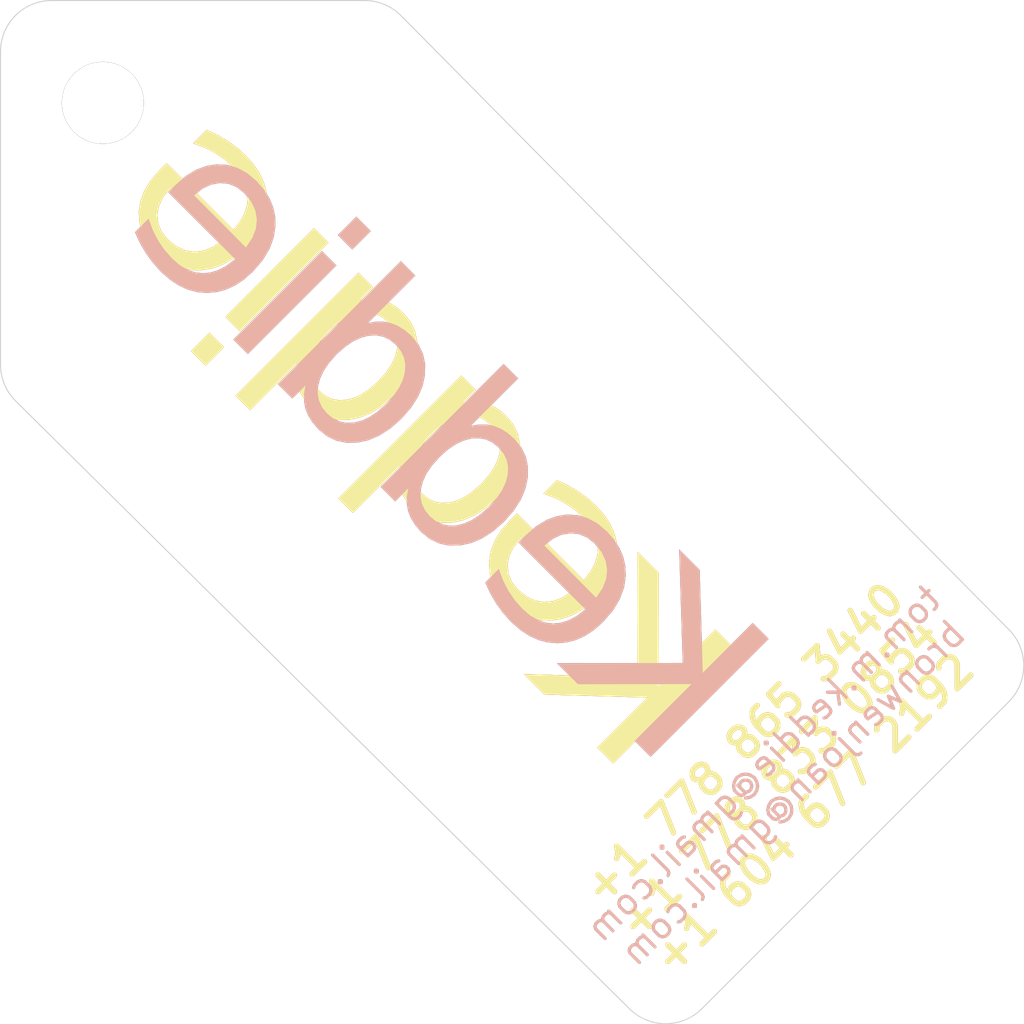
<source format=kicad_pcb>
(kicad_pcb (version 20221018) (generator pcbnew)
  (layers (0 "F.Cu" signal) (31 "B.Cu" signal) (34 "B.Paste" user) (35 "F.Paste" user) (36 "B.SilkS" user "B.Silkscreen") (37 "F.SilkS" user "F.Silkscreen") (38 "B.Mask" user) (39 "F.Mask" user) (44 "Edge.Cuts" user))
  (net 0 "")
  (gr_arc (start 118.535534 148.535534) (mid 115 150) (end 111.464466 148.535534) (stroke (width 0.1)) (layer "Edge.Cuts"))
  (gr_line (start 85.586583 50) (end 55 50) (stroke (width 0.1)) (layer "Edge.Cuts"))
  (gr_arc (start 50 55) (mid 51.464466 51.464466) (end 55 50) (stroke (width 0.1)) (layer "Edge.Cuts"))
  (gr_arc (start 51.464466 89.122117) (mid 50.380602 87.5) (end 50 85.586583) (stroke (width 0.1)) (layer "Edge.Cuts"))
  (gr_line (start 89.122117 51.464466) (end 148.535534 111.464466) (stroke (width 0.1)) (layer "Edge.Cuts"))
  (gr_line (start 50 55) (end 50 85.586583) (stroke (width 0.1)) (layer "Edge.Cuts"))
  (gr_line (start 111.464466 148.535534) (end 51.464466 89.122117) (stroke (width 0.1)) (layer "Edge.Cuts"))
  (gr_arc (start 85.586583 50) (mid 87.5 50.380602) (end 89.122117 51.464466) (stroke (width 0.1)) (layer "Edge.Cuts"))
  (gr_line (start 148.535534 118.535534) (end 118.535534 148.535534) (stroke (width 0.1)) (layer "Edge.Cuts"))
  (gr_arc (start 148.535534 111.464466) (mid 150 115) (end 148.535534 118.535534) (stroke (width 0.1)) (layer "Edge.Cuts"))
  (gr_text "Keddie" (at 91.5 92.5 135) (layer "F.Cu") (effects (font (size 16 16))))
  (gr_text "+1 778 865 3440\n+1 778 833 0854\n+1 604 677 2192" (at 126 126 45) (layer "F.Cu") (effects (font (size 3 3) (thickness 0.5) bold)))
  (gr_text "Keddie" (at 93 94 315) (layer "B.Cu") (effects (font (size 16 16)) (justify mirror)))
  (gr_text "tom.m.keddie@gmail.com\nbronwenjoan@gmail.com" (at 126 126 45) (layer "B.Cu") (effects (font (size 2.5 2.5) (thickness 0.3)) (justify mirror)))
  (gr_text "tom.m.keddie@gmail.com\nbronwenjoan@gmail.com" (at 126 126 45) (layer "B.SilkS") (effects (font (size 2.5 2.5) (thickness 0.3)) (justify mirror)))
  (gr_text "Keddie" (at 93 94 -45) (layer "B.SilkS") (effects (font (size 16 16)) (justify mirror)))
  (gr_text "+1 778 865 3440\n+1 778 833 0854\n+1 604 677 2192" (at 126 126 45) (layer "F.SilkS") (effects (font (size 3 3) (thickness 0.5) bold)))
  (gr_text "Keddie" (at 91.5 92.5 135) (layer "F.SilkS") (effects (font (size 16 16))))
  (via (at 60 60) (size 8.01) (drill 8) (layers "F.Cu" "B.Cu") (net 0))
)
</source>
